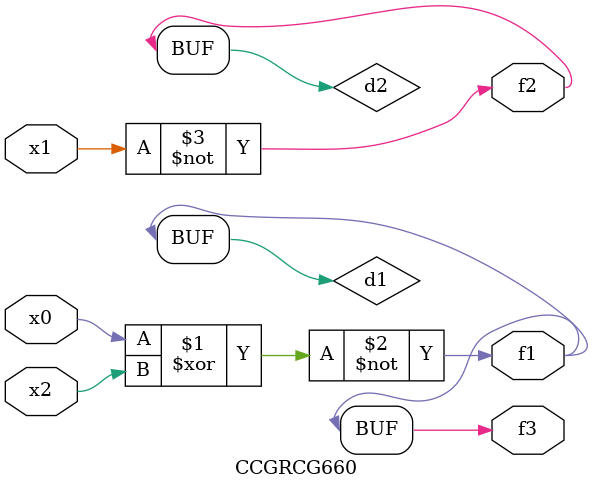
<source format=v>
module CCGRCG660(
	input x0, x1, x2,
	output f1, f2, f3
);

	wire d1, d2, d3;

	xnor (d1, x0, x2);
	nand (d2, x1);
	nor (d3, x1, x2);
	assign f1 = d1;
	assign f2 = d2;
	assign f3 = d1;
endmodule

</source>
